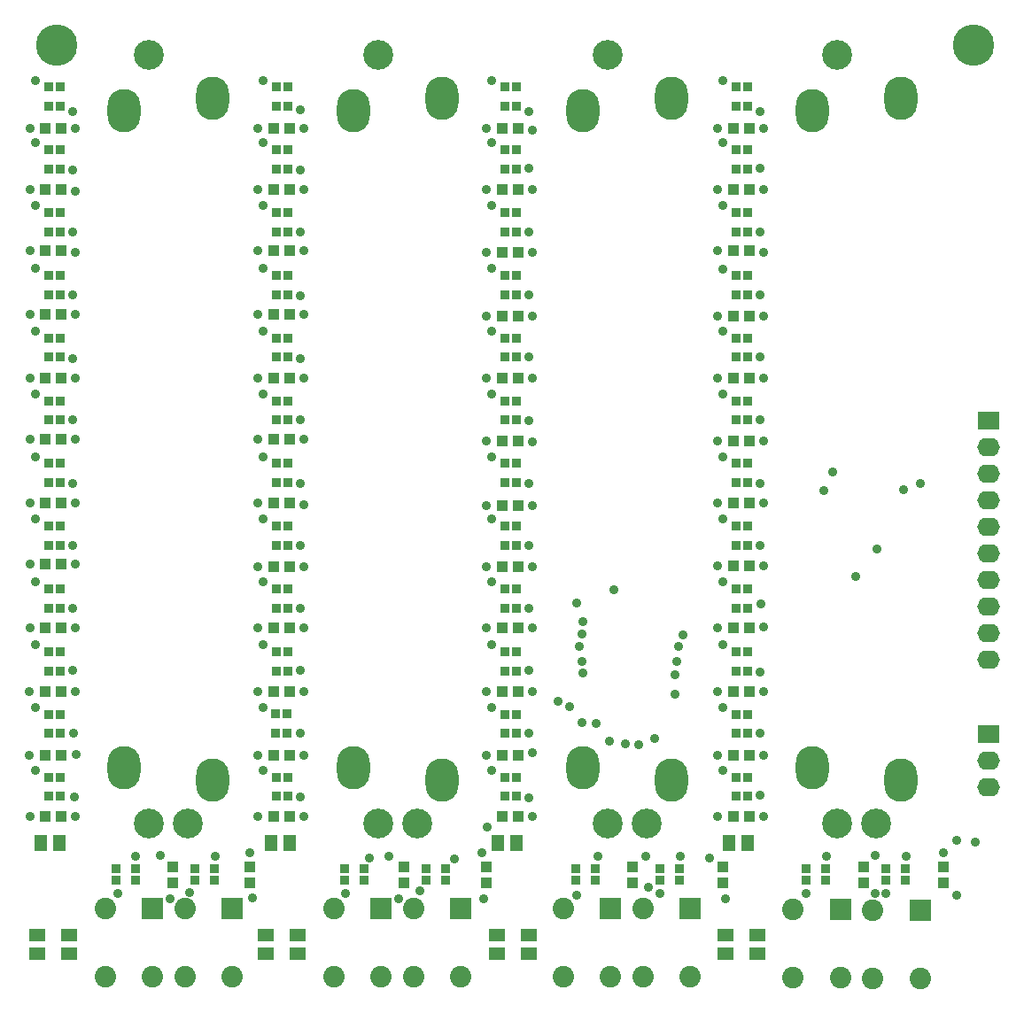
<source format=gts>
G04*
G04 #@! TF.GenerationSoftware,Altium Limited,Altium Designer,24.7.2 (38)*
G04*
G04 Layer_Color=8388736*
%FSLAX44Y44*%
%MOMM*%
G71*
G04*
G04 #@! TF.SameCoordinates,4798D7E4-1403-4A70-8607-6B62460FE5A0*
G04*
G04*
G04 #@! TF.FilePolarity,Negative*
G04*
G01*
G75*
%ADD20R,1.6200X1.3100*%
%ADD21R,1.3100X1.6200*%
%ADD22R,1.1300X1.0800*%
%ADD23R,1.0800X1.1300*%
%ADD24R,0.8500X0.8500*%
%ADD25R,0.8500X0.8500*%
%ADD26O,3.1500X4.1500*%
%ADD27C,2.8500*%
%ADD28C,2.0500*%
%ADD29R,2.0500X2.0500*%
%ADD30O,2.1500X1.7500*%
%ADD31R,2.1500X1.7500*%
%ADD32C,0.9120*%
%ADD33C,3.9600*%
D20*
X25400Y-895340D02*
D03*
Y-913140D02*
D03*
X713740D02*
D03*
Y-895340D02*
D03*
X683260Y-913140D02*
D03*
Y-895340D02*
D03*
X274320Y-913140D02*
D03*
Y-895340D02*
D03*
X55880Y-913140D02*
D03*
Y-895340D02*
D03*
X464820Y-913140D02*
D03*
Y-895340D02*
D03*
X243840Y-913140D02*
D03*
Y-895340D02*
D03*
X495300Y-913140D02*
D03*
Y-895340D02*
D03*
D21*
X483880Y-807720D02*
D03*
X466080D02*
D03*
X266700D02*
D03*
X248900D02*
D03*
X704860D02*
D03*
X687060D02*
D03*
X47000D02*
D03*
X29200D02*
D03*
D22*
X154940Y-845900D02*
D03*
Y-830500D02*
D03*
X228600Y-845900D02*
D03*
Y-830500D02*
D03*
X375920Y-845900D02*
D03*
Y-830500D02*
D03*
X454660Y-845900D02*
D03*
Y-830500D02*
D03*
X594360Y-845900D02*
D03*
Y-830500D02*
D03*
X680720Y-845900D02*
D03*
Y-830500D02*
D03*
X815340Y-845900D02*
D03*
Y-830500D02*
D03*
X891540Y-845900D02*
D03*
Y-830500D02*
D03*
D23*
X251380Y-782320D02*
D03*
X266780D02*
D03*
X251380Y-723900D02*
D03*
X266780D02*
D03*
X251380Y-601980D02*
D03*
X266780D02*
D03*
X251380Y-662940D02*
D03*
X266780D02*
D03*
X251380Y-543560D02*
D03*
X266780D02*
D03*
X251380Y-482600D02*
D03*
X266780D02*
D03*
X251380Y-302260D02*
D03*
X266780D02*
D03*
X251380Y-363220D02*
D03*
X266780D02*
D03*
X251380Y-241300D02*
D03*
X266780D02*
D03*
X251380Y-182880D02*
D03*
X266780D02*
D03*
X251380Y-124460D02*
D03*
X266780D02*
D03*
X251380Y-421640D02*
D03*
X266780D02*
D03*
X706200Y-482600D02*
D03*
X690800D02*
D03*
X706200Y-542290D02*
D03*
X690800D02*
D03*
X469740Y-782320D02*
D03*
X485140D02*
D03*
X469740Y-723900D02*
D03*
X485140D02*
D03*
X469740Y-662940D02*
D03*
X485140D02*
D03*
X469740Y-601980D02*
D03*
X485140D02*
D03*
X469820Y-485140D02*
D03*
X485220D02*
D03*
X469820Y-543560D02*
D03*
X485220D02*
D03*
X690800Y-782320D02*
D03*
X706200D02*
D03*
X690800Y-723900D02*
D03*
X706200D02*
D03*
Y-363220D02*
D03*
X690800D02*
D03*
X706200Y-303530D02*
D03*
X690800D02*
D03*
X706200Y-241300D02*
D03*
X690800D02*
D03*
X706200Y-182880D02*
D03*
X690800D02*
D03*
X706200Y-124460D02*
D03*
X690800D02*
D03*
X706200Y-422910D02*
D03*
X690800D02*
D03*
X469740Y-303530D02*
D03*
X485140D02*
D03*
X469820Y-422910D02*
D03*
X485220D02*
D03*
X469740Y-363220D02*
D03*
X485140D02*
D03*
X469740Y-242570D02*
D03*
X485140D02*
D03*
X469740Y-182880D02*
D03*
X485140D02*
D03*
X469740Y-124460D02*
D03*
X485140D02*
D03*
X690800Y-601980D02*
D03*
X706200D02*
D03*
X690800Y-662940D02*
D03*
X706200D02*
D03*
X48260Y-723900D02*
D03*
X32860D02*
D03*
Y-662940D02*
D03*
X48260D02*
D03*
X32860Y-601980D02*
D03*
X48260D02*
D03*
X32860Y-782320D02*
D03*
X48260D02*
D03*
X32860Y-541020D02*
D03*
X48260D02*
D03*
X32860Y-482600D02*
D03*
X48260D02*
D03*
X32860Y-363220D02*
D03*
X48260D02*
D03*
X32860Y-302260D02*
D03*
X48260D02*
D03*
X32860Y-421640D02*
D03*
X48260D02*
D03*
X32860Y-241300D02*
D03*
X48260D02*
D03*
X32860Y-182880D02*
D03*
X48260D02*
D03*
X32860Y-124460D02*
D03*
X48260D02*
D03*
D24*
X254000Y-744468D02*
D03*
X265000D02*
D03*
Y-762768D02*
D03*
X254000D02*
D03*
X472440Y-744468D02*
D03*
X483440D02*
D03*
Y-762768D02*
D03*
X472440D02*
D03*
X253580Y-702570D02*
D03*
X264580D02*
D03*
Y-684270D02*
D03*
X253580D02*
D03*
X254000Y-624534D02*
D03*
X265000D02*
D03*
Y-642834D02*
D03*
X254000D02*
D03*
X472440Y-702801D02*
D03*
X483440D02*
D03*
Y-684501D02*
D03*
X472440D02*
D03*
Y-624534D02*
D03*
X483440D02*
D03*
Y-642834D02*
D03*
X472440D02*
D03*
Y-582867D02*
D03*
X483440D02*
D03*
Y-564567D02*
D03*
X472440D02*
D03*
X254000Y-582867D02*
D03*
X265000D02*
D03*
Y-564567D02*
D03*
X254000D02*
D03*
Y-504600D02*
D03*
X265000D02*
D03*
Y-522900D02*
D03*
X254000D02*
D03*
X472440Y-504600D02*
D03*
X483440D02*
D03*
Y-522900D02*
D03*
X472440D02*
D03*
Y-384665D02*
D03*
X483440D02*
D03*
Y-402966D02*
D03*
X472440D02*
D03*
Y-342998D02*
D03*
X483440D02*
D03*
Y-324698D02*
D03*
X472440D02*
D03*
Y-264731D02*
D03*
X483440D02*
D03*
Y-283031D02*
D03*
X472440D02*
D03*
X254000Y-264731D02*
D03*
X265000D02*
D03*
Y-283031D02*
D03*
X254000D02*
D03*
Y-384665D02*
D03*
X265000D02*
D03*
Y-402966D02*
D03*
X254000D02*
D03*
Y-342998D02*
D03*
X265000D02*
D03*
Y-324698D02*
D03*
X254000D02*
D03*
Y-223064D02*
D03*
X265000D02*
D03*
Y-204764D02*
D03*
X254000D02*
D03*
X472440Y-223064D02*
D03*
X483440D02*
D03*
Y-204764D02*
D03*
X472440D02*
D03*
X254000Y-462933D02*
D03*
X265000D02*
D03*
Y-444633D02*
D03*
X254000D02*
D03*
X693420Y-582867D02*
D03*
X704420D02*
D03*
Y-564567D02*
D03*
X693420D02*
D03*
Y-504600D02*
D03*
X704420D02*
D03*
Y-522900D02*
D03*
X693420D02*
D03*
Y-744468D02*
D03*
X704420D02*
D03*
Y-762768D02*
D03*
X693420D02*
D03*
Y-702801D02*
D03*
X704420D02*
D03*
Y-684501D02*
D03*
X693420D02*
D03*
Y-624534D02*
D03*
X704420D02*
D03*
Y-642834D02*
D03*
X693420D02*
D03*
Y-384665D02*
D03*
X704420D02*
D03*
Y-402966D02*
D03*
X693420D02*
D03*
Y-264731D02*
D03*
X704420D02*
D03*
Y-283031D02*
D03*
X693420D02*
D03*
Y-342998D02*
D03*
X704420D02*
D03*
Y-324698D02*
D03*
X693420D02*
D03*
Y-163097D02*
D03*
X704420D02*
D03*
Y-144797D02*
D03*
X693420D02*
D03*
Y-223064D02*
D03*
X704420D02*
D03*
Y-204764D02*
D03*
X693420D02*
D03*
Y-103130D02*
D03*
X704420D02*
D03*
Y-84830D02*
D03*
X693420D02*
D03*
Y-462933D02*
D03*
X704420D02*
D03*
Y-444633D02*
D03*
X693420D02*
D03*
X472440Y-462933D02*
D03*
X483440D02*
D03*
Y-444633D02*
D03*
X472440D02*
D03*
Y-163097D02*
D03*
X483440D02*
D03*
Y-144797D02*
D03*
X472440D02*
D03*
Y-103130D02*
D03*
X483440D02*
D03*
Y-84830D02*
D03*
X472440D02*
D03*
X36410Y-702801D02*
D03*
X47410D02*
D03*
Y-684501D02*
D03*
X36410D02*
D03*
Y-624534D02*
D03*
X47410D02*
D03*
Y-642834D02*
D03*
X36410D02*
D03*
Y-744468D02*
D03*
X47410D02*
D03*
Y-762768D02*
D03*
X36410D02*
D03*
Y-582867D02*
D03*
X47410D02*
D03*
Y-564567D02*
D03*
X36410D02*
D03*
Y-504600D02*
D03*
X47410D02*
D03*
Y-522900D02*
D03*
X36410D02*
D03*
Y-384665D02*
D03*
X47410D02*
D03*
Y-402966D02*
D03*
X36410D02*
D03*
Y-342998D02*
D03*
X47410D02*
D03*
Y-324698D02*
D03*
X36410D02*
D03*
Y-264731D02*
D03*
X47410D02*
D03*
Y-283031D02*
D03*
X36410D02*
D03*
Y-223064D02*
D03*
X47410D02*
D03*
Y-204764D02*
D03*
X36410D02*
D03*
Y-163097D02*
D03*
X47410D02*
D03*
Y-144797D02*
D03*
X36410D02*
D03*
Y-103130D02*
D03*
X47410D02*
D03*
Y-84830D02*
D03*
X36410D02*
D03*
X254000Y-163097D02*
D03*
X265000D02*
D03*
Y-144797D02*
D03*
X254000D02*
D03*
Y-103130D02*
D03*
X265000D02*
D03*
Y-84830D02*
D03*
X254000D02*
D03*
X36410Y-462933D02*
D03*
X47410D02*
D03*
Y-444633D02*
D03*
X36410D02*
D03*
D25*
X639070Y-843275D02*
D03*
Y-832275D02*
D03*
X620770D02*
D03*
Y-843275D02*
D03*
X415550D02*
D03*
Y-832275D02*
D03*
X397250D02*
D03*
Y-843275D02*
D03*
X194570D02*
D03*
Y-832275D02*
D03*
X176270D02*
D03*
Y-843275D02*
D03*
X101080D02*
D03*
Y-832275D02*
D03*
X119380D02*
D03*
Y-843275D02*
D03*
X319520D02*
D03*
Y-832275D02*
D03*
X337820D02*
D03*
Y-843275D02*
D03*
X540500D02*
D03*
Y-832275D02*
D03*
X558800D02*
D03*
Y-843275D02*
D03*
X760470D02*
D03*
Y-832275D02*
D03*
X778770D02*
D03*
Y-843275D02*
D03*
X854970D02*
D03*
Y-832275D02*
D03*
X836670D02*
D03*
Y-843275D02*
D03*
D26*
X412327Y-747250D02*
D03*
Y-95250D02*
D03*
X327327Y-735250D02*
D03*
Y-107250D02*
D03*
X850900Y-747250D02*
D03*
Y-95250D02*
D03*
X765900Y-735250D02*
D03*
Y-107250D02*
D03*
X546613D02*
D03*
Y-735250D02*
D03*
X631613Y-95250D02*
D03*
Y-747250D02*
D03*
X108040Y-107250D02*
D03*
Y-735250D02*
D03*
X193040Y-95250D02*
D03*
Y-747250D02*
D03*
D27*
X388327Y-788750D02*
D03*
X351327D02*
D03*
Y-53750D02*
D03*
X826900Y-788750D02*
D03*
X789900D02*
D03*
Y-53750D02*
D03*
X570613D02*
D03*
Y-788750D02*
D03*
X607613D02*
D03*
X132040Y-53750D02*
D03*
Y-788750D02*
D03*
X169040D02*
D03*
D28*
X385170Y-935470D02*
D03*
Y-870470D02*
D03*
X430170Y-935470D02*
D03*
X528680D02*
D03*
Y-870470D02*
D03*
X573680Y-935470D02*
D03*
X824230Y-936740D02*
D03*
Y-871740D02*
D03*
X869230Y-936740D02*
D03*
X748030Y-935990D02*
D03*
Y-870990D02*
D03*
X793030Y-935990D02*
D03*
X604880Y-935470D02*
D03*
Y-870470D02*
D03*
X649880Y-935470D02*
D03*
X166730D02*
D03*
Y-870470D02*
D03*
X211730Y-935470D02*
D03*
X308970D02*
D03*
Y-870470D02*
D03*
X353970Y-935470D02*
D03*
X90530D02*
D03*
Y-870470D02*
D03*
X135530Y-935470D02*
D03*
D29*
X430170Y-870470D02*
D03*
X573680D02*
D03*
X869230Y-871740D02*
D03*
X793030Y-870990D02*
D03*
X649880Y-870470D02*
D03*
X211730D02*
D03*
X353970D02*
D03*
X135530D02*
D03*
D30*
X934720Y-754380D02*
D03*
Y-728980D02*
D03*
Y-632460D02*
D03*
Y-607060D02*
D03*
Y-556260D02*
D03*
Y-581660D02*
D03*
Y-429260D02*
D03*
Y-454660D02*
D03*
Y-480060D02*
D03*
Y-530860D02*
D03*
Y-505460D02*
D03*
D31*
Y-703580D02*
D03*
Y-403860D02*
D03*
D32*
X576580Y-565150D02*
D03*
X361950Y-820420D02*
D03*
X561340D02*
D03*
X607060D02*
D03*
X640080D02*
D03*
X826770Y-855980D02*
D03*
Y-819150D02*
D03*
X855980Y-820420D02*
D03*
X853440Y-469900D02*
D03*
X869950Y-463550D02*
D03*
X342900Y-821690D02*
D03*
X143510Y-819150D02*
D03*
X119380Y-820420D02*
D03*
X195580D02*
D03*
X228600Y-816610D02*
D03*
X450850D02*
D03*
X424180Y-822960D02*
D03*
X668020Y-821690D02*
D03*
X779780Y-820420D02*
D03*
X716280Y-107950D02*
D03*
X720090Y-124460D02*
D03*
X716280Y-162560D02*
D03*
X720090Y-182880D02*
D03*
X716280Y-223520D02*
D03*
X720090Y-242570D02*
D03*
X716280Y-283210D02*
D03*
X720090Y-303530D02*
D03*
X716280Y-342900D02*
D03*
X720090Y-363220D02*
D03*
X716280Y-402590D02*
D03*
X720090Y-422910D02*
D03*
X716280Y-463550D02*
D03*
X720090Y-482600D02*
D03*
X716280Y-523240D02*
D03*
X720090Y-542290D02*
D03*
X717550Y-579120D02*
D03*
X720090Y-600710D02*
D03*
X716280Y-643890D02*
D03*
X720090Y-662940D02*
D03*
X716280Y-702310D02*
D03*
X720090Y-723900D02*
D03*
X716280Y-762000D02*
D03*
X720090Y-782320D02*
D03*
X495300Y-107950D02*
D03*
X499110Y-125730D02*
D03*
X495300Y-162560D02*
D03*
X499110Y-182880D02*
D03*
X495300Y-223520D02*
D03*
X499110Y-242570D02*
D03*
X495300Y-283210D02*
D03*
X499110Y-303530D02*
D03*
X495300Y-342900D02*
D03*
X499110Y-363220D02*
D03*
X495300Y-403860D02*
D03*
X499110Y-424180D02*
D03*
X495300Y-463550D02*
D03*
X499110Y-485140D02*
D03*
X495300Y-523240D02*
D03*
X499110Y-543560D02*
D03*
X495300Y-582930D02*
D03*
X499110Y-601980D02*
D03*
X495300Y-642620D02*
D03*
X499110Y-662940D02*
D03*
X495300Y-702310D02*
D03*
X499110Y-721360D02*
D03*
X495300Y-764540D02*
D03*
X455930Y-792480D02*
D03*
X499110Y-782320D02*
D03*
X276860Y-106680D02*
D03*
X280670Y-124460D02*
D03*
X276860Y-163830D02*
D03*
X280670Y-182880D02*
D03*
X276860Y-223520D02*
D03*
X280670Y-241300D02*
D03*
X276860Y-284480D02*
D03*
X280670Y-302260D02*
D03*
X276860Y-344170D02*
D03*
X280670Y-363220D02*
D03*
X276860Y-402590D02*
D03*
X280670Y-421640D02*
D03*
X276860Y-463550D02*
D03*
X280670Y-483870D02*
D03*
X276860Y-523240D02*
D03*
X280670Y-543560D02*
D03*
X276860Y-582930D02*
D03*
X280670Y-601980D02*
D03*
X276860Y-642620D02*
D03*
X280670Y-662940D02*
D03*
X276860Y-702310D02*
D03*
X280670Y-723900D02*
D03*
X276860Y-763270D02*
D03*
X280670Y-782320D02*
D03*
X59690Y-107950D02*
D03*
X62230Y-124460D02*
D03*
X59690Y-163830D02*
D03*
X62230Y-184150D02*
D03*
X59690Y-223520D02*
D03*
X62230Y-242570D02*
D03*
X59690Y-283210D02*
D03*
X62230Y-302260D02*
D03*
X59690Y-344170D02*
D03*
X62230Y-363220D02*
D03*
X59690Y-402590D02*
D03*
X62230Y-421640D02*
D03*
X59690Y-463550D02*
D03*
X62230Y-482600D02*
D03*
X59690Y-523240D02*
D03*
X62230Y-541020D02*
D03*
X59690Y-582930D02*
D03*
X62230Y-601980D02*
D03*
X59690Y-642620D02*
D03*
X62230Y-662940D02*
D03*
X541020Y-577850D02*
D03*
X59969Y-702659D02*
D03*
X62509Y-722979D02*
D03*
X62230Y-782320D02*
D03*
X19050D02*
D03*
X60960Y-763270D02*
D03*
X546100Y-692150D02*
D03*
X904240Y-805180D02*
D03*
X922020Y-806450D02*
D03*
X891540Y-816610D02*
D03*
X904240Y-857250D02*
D03*
X681140Y-78232D02*
D03*
Y-138199D02*
D03*
Y-198166D02*
D03*
X680746Y-258736D02*
D03*
X681140Y-318100D02*
D03*
Y-378068D02*
D03*
Y-438035D02*
D03*
Y-498002D02*
D03*
Y-557969D02*
D03*
Y-617936D02*
D03*
Y-677903D02*
D03*
Y-737870D02*
D03*
X460160D02*
D03*
Y-677903D02*
D03*
Y-617936D02*
D03*
Y-557969D02*
D03*
Y-498002D02*
D03*
Y-438035D02*
D03*
Y-378068D02*
D03*
Y-318100D02*
D03*
Y-258133D02*
D03*
Y-198166D02*
D03*
Y-138199D02*
D03*
Y-78232D02*
D03*
X241720D02*
D03*
Y-138199D02*
D03*
Y-198166D02*
D03*
Y-258133D02*
D03*
Y-318100D02*
D03*
Y-378068D02*
D03*
Y-438035D02*
D03*
Y-498002D02*
D03*
Y-557969D02*
D03*
Y-617936D02*
D03*
X241300Y-677672D02*
D03*
X241720Y-737870D02*
D03*
X24130Y-318100D02*
D03*
X675720Y-124460D02*
D03*
Y-182880D02*
D03*
Y-241300D02*
D03*
Y-303530D02*
D03*
Y-363220D02*
D03*
Y-422910D02*
D03*
Y-482600D02*
D03*
Y-542290D02*
D03*
Y-601980D02*
D03*
Y-662940D02*
D03*
Y-723900D02*
D03*
Y-782320D02*
D03*
X454660Y-124460D02*
D03*
Y-182880D02*
D03*
Y-242570D02*
D03*
Y-303530D02*
D03*
Y-363220D02*
D03*
X454740Y-422910D02*
D03*
Y-485140D02*
D03*
Y-543560D02*
D03*
X454660Y-601980D02*
D03*
Y-662940D02*
D03*
Y-723900D02*
D03*
X236300Y-124460D02*
D03*
Y-182880D02*
D03*
Y-241300D02*
D03*
Y-302260D02*
D03*
Y-363220D02*
D03*
Y-421640D02*
D03*
Y-482600D02*
D03*
Y-543560D02*
D03*
Y-601980D02*
D03*
Y-662940D02*
D03*
Y-723900D02*
D03*
Y-782320D02*
D03*
X19050Y-124460D02*
D03*
Y-182880D02*
D03*
Y-241300D02*
D03*
Y-302260D02*
D03*
Y-363220D02*
D03*
Y-421640D02*
D03*
Y-482600D02*
D03*
Y-541020D02*
D03*
Y-601980D02*
D03*
X17780Y-662940D02*
D03*
Y-723900D02*
D03*
X24130Y-78232D02*
D03*
Y-138199D02*
D03*
Y-198166D02*
D03*
Y-258133D02*
D03*
Y-378068D02*
D03*
Y-438035D02*
D03*
Y-498002D02*
D03*
Y-557969D02*
D03*
Y-617936D02*
D03*
Y-677903D02*
D03*
Y-737870D02*
D03*
X102870Y-855980D02*
D03*
X152400Y-861060D02*
D03*
X171450Y-854710D02*
D03*
X231140Y-859790D02*
D03*
X320040Y-855980D02*
D03*
X370840Y-861060D02*
D03*
X391160Y-853440D02*
D03*
X452120Y-861060D02*
D03*
X541020Y-857250D02*
D03*
X609600Y-849630D02*
D03*
X621030Y-855980D02*
D03*
X683260Y-861060D02*
D03*
X760730Y-855980D02*
D03*
X836930D02*
D03*
X547370Y-645160D02*
D03*
X642640Y-608249D02*
D03*
X785795Y-452541D02*
D03*
X827705Y-526200D02*
D03*
X807385Y-552870D02*
D03*
X776905Y-470321D02*
D03*
X547370Y-595630D02*
D03*
X635000Y-665480D02*
D03*
X636690Y-634065D02*
D03*
X638810Y-619760D02*
D03*
X635000Y-646430D02*
D03*
X546100Y-633730D02*
D03*
X543560Y-619760D02*
D03*
X546521Y-607395D02*
D03*
X615950Y-707390D02*
D03*
X600397Y-713307D02*
D03*
X588010Y-712470D02*
D03*
X572770Y-709930D02*
D03*
X559460Y-693127D02*
D03*
X534670Y-676910D02*
D03*
X523240Y-671830D02*
D03*
D33*
X920750Y-44450D02*
D03*
X44450D02*
D03*
M02*

</source>
